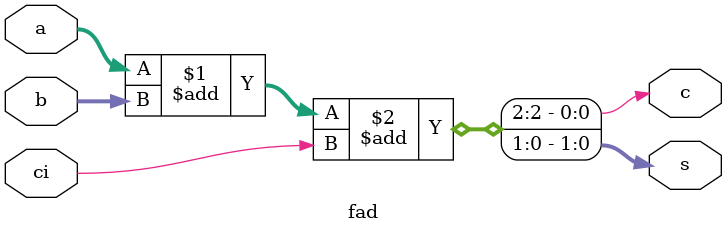
<source format=v>
module fad (s,c,a,b,ci);
output [1:0]s;
output c;
input ci;
input [1:0]a,b;
assign {c,s} = a+b+ci;
endmodule
</source>
